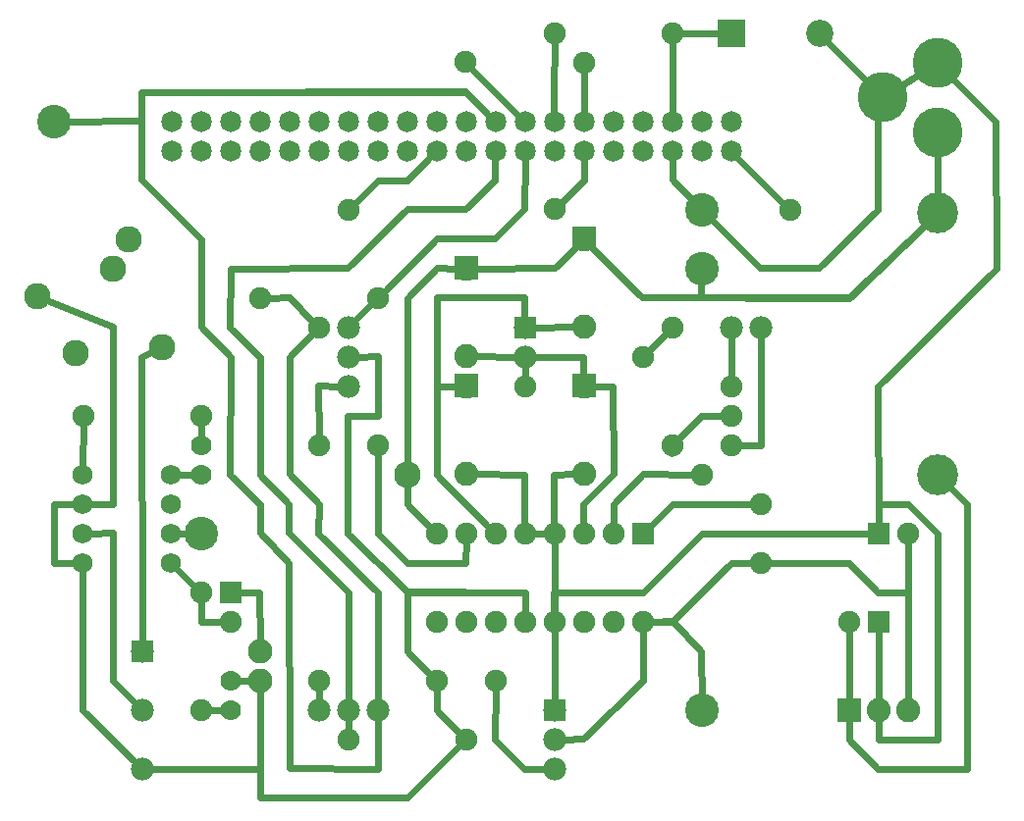
<source format=gbl>
G04 MADE WITH FRITZING*
G04 WWW.FRITZING.ORG*
G04 DOUBLE SIDED*
G04 HOLES PLATED*
G04 CONTOUR ON CENTER OF CONTOUR VECTOR*
%ASAXBY*%
%FSLAX23Y23*%
%MOIN*%
%OFA0B0*%
%SFA1.0B1.0*%
%ADD10C,0.090020*%
%ADD11C,0.090551*%
%ADD12C,0.114173*%
%ADD13C,0.075433*%
%ADD14C,0.068000*%
%ADD15C,0.075000*%
%ADD16C,0.070000*%
%ADD17C,0.078000*%
%ADD18C,0.083307*%
%ADD19C,0.071889*%
%ADD20C,0.071917*%
%ADD21C,0.082000*%
%ADD22C,0.138889*%
%ADD23C,0.092000*%
%ADD24C,0.170000*%
%ADD25R,0.075000X0.075000*%
%ADD26R,0.078000X0.078000*%
%ADD27R,0.082000X0.082000*%
%ADD28R,0.092000X0.092000*%
%ADD29C,0.024000*%
%LNCOPPER0*%
G90*
G70*
G54D10*
X477Y2015D03*
X422Y1916D03*
X591Y1650D03*
X296Y1630D03*
X168Y1822D03*
G54D11*
X1423Y1216D03*
G54D12*
X722Y1016D03*
G54D13*
X1222Y2116D03*
X1621Y2617D03*
X1922Y2716D03*
X2022Y2616D03*
X1922Y2118D03*
X2722Y2116D03*
G54D12*
X222Y2416D03*
G54D14*
X321Y1214D03*
X321Y1114D03*
X321Y1014D03*
X321Y914D03*
X621Y914D03*
X621Y1014D03*
X621Y1114D03*
X621Y1214D03*
G54D15*
X722Y816D03*
X722Y416D03*
X322Y1416D03*
X722Y1416D03*
X822Y816D03*
X822Y716D03*
G54D16*
X722Y1216D03*
X722Y1316D03*
G54D17*
X522Y616D03*
X522Y416D03*
X522Y216D03*
G54D16*
X822Y516D03*
X822Y416D03*
G54D18*
X922Y616D03*
X922Y516D03*
G54D12*
X2422Y2116D03*
X2422Y1916D03*
X2422Y416D03*
G54D17*
X1122Y416D03*
X1222Y416D03*
X1322Y416D03*
X1222Y1516D03*
X1222Y1616D03*
X1222Y1716D03*
G54D13*
X1722Y516D03*
X2622Y1116D03*
X2422Y1216D03*
X1322Y1316D03*
X2622Y916D03*
X1822Y1516D03*
X2322Y2716D03*
X2222Y1616D03*
G54D15*
X3022Y1016D03*
X3122Y1016D03*
X3022Y716D03*
X2922Y716D03*
X2522Y1316D03*
X2522Y1416D03*
X2522Y1516D03*
X2322Y1716D03*
X2322Y1316D03*
G54D17*
X2622Y1716D03*
X2522Y1716D03*
G54D19*
X2522Y2416D03*
X2422Y2416D03*
X2322Y2416D03*
X2222Y2416D03*
G54D20*
X2122Y2416D03*
G54D19*
X2022Y2416D03*
X1922Y2416D03*
X1822Y2416D03*
X1722Y2416D03*
G54D20*
X1622Y2416D03*
G54D19*
X1522Y2416D03*
G54D20*
X1422Y2416D03*
G54D19*
X1322Y2416D03*
X1222Y2416D03*
X1122Y2416D03*
X1022Y2416D03*
G54D20*
X922Y2416D03*
G54D19*
X822Y2416D03*
X722Y2416D03*
X622Y2416D03*
X622Y2316D03*
X722Y2316D03*
X822Y2316D03*
G54D20*
X922Y2316D03*
G54D19*
X1022Y2316D03*
X1122Y2316D03*
X1222Y2316D03*
X1322Y2316D03*
G54D20*
X1422Y2316D03*
G54D19*
X1522Y2316D03*
G54D20*
X1622Y2316D03*
G54D19*
X1722Y2316D03*
X1822Y2316D03*
X1922Y2316D03*
X2022Y2316D03*
G54D20*
X2122Y2316D03*
G54D19*
X2222Y2316D03*
X2322Y2316D03*
X2422Y2316D03*
X2522Y2316D03*
G54D15*
X1522Y516D03*
X1122Y516D03*
X1622Y316D03*
X1222Y316D03*
G54D21*
X2922Y416D03*
X3022Y416D03*
X3122Y416D03*
G54D15*
X2222Y1016D03*
X2222Y716D03*
X2122Y1016D03*
X2122Y716D03*
X2022Y1016D03*
X2022Y716D03*
X1922Y1016D03*
X1922Y716D03*
X1822Y1016D03*
X1822Y716D03*
X1722Y1016D03*
X1722Y716D03*
X1622Y1016D03*
X1622Y716D03*
X1522Y1016D03*
X1522Y716D03*
G54D17*
X1822Y1716D03*
X1822Y1616D03*
G54D21*
X2022Y1516D03*
X2022Y1218D03*
X1622Y1516D03*
X1622Y1218D03*
X1622Y1916D03*
X1622Y1618D03*
X2022Y2016D03*
X2022Y1718D03*
G54D22*
X3222Y2105D03*
X3222Y1216D03*
G54D23*
X2522Y2716D03*
X2822Y2716D03*
G54D15*
X1122Y1716D03*
X1122Y1316D03*
X922Y1816D03*
X1322Y1816D03*
G54D17*
X1922Y416D03*
X1922Y316D03*
X1922Y216D03*
G54D24*
X3222Y2380D03*
X3222Y2616D03*
X3037Y2498D03*
G54D25*
X822Y816D03*
G54D26*
X522Y616D03*
G54D25*
X3022Y1016D03*
X3022Y716D03*
G54D27*
X2922Y416D03*
G54D25*
X2222Y1016D03*
G54D26*
X1822Y1716D03*
G54D27*
X2022Y1517D03*
X1622Y1517D03*
X1622Y1917D03*
X2022Y2017D03*
G54D28*
X2522Y2716D03*
G54D26*
X1922Y416D03*
G54D29*
X1922Y446D02*
X1922Y687D01*
D02*
X923Y117D02*
X922Y483D01*
D02*
X1423Y117D02*
X923Y117D01*
D02*
X1601Y296D02*
X1423Y117D01*
D02*
X889Y516D02*
X848Y516D01*
D02*
X923Y215D02*
X552Y216D01*
D02*
X922Y483D02*
X923Y215D01*
D02*
X693Y1016D02*
X648Y1015D01*
D02*
X422Y1717D02*
X206Y1806D01*
D02*
X422Y1115D02*
X422Y1717D01*
D02*
X348Y1114D02*
X422Y1115D01*
D02*
X320Y415D02*
X500Y237D01*
D02*
X321Y887D02*
X320Y415D01*
D02*
X520Y1616D02*
X554Y1632D01*
D02*
X522Y646D02*
X520Y1616D01*
D02*
X1322Y2215D02*
X1423Y2215D01*
D02*
X1423Y2215D02*
X1498Y2292D01*
D02*
X1242Y2136D02*
X1322Y2215D01*
D02*
X1641Y2596D02*
X1798Y2440D01*
D02*
X1922Y2687D02*
X1921Y2516D01*
D02*
X1921Y2516D02*
X1921Y2449D01*
D02*
X2022Y2587D02*
X2022Y2449D01*
D02*
X2023Y2215D02*
X1943Y2138D01*
D02*
X2022Y2283D02*
X2023Y2215D01*
D02*
X2701Y2136D02*
X2545Y2293D01*
D02*
X520Y2417D02*
X250Y2416D01*
D02*
X521Y2514D02*
X520Y2417D01*
D02*
X1622Y2514D02*
X521Y2514D01*
D02*
X1698Y2439D02*
X1622Y2514D01*
D02*
X321Y1241D02*
X322Y1387D01*
D02*
X722Y1342D02*
X722Y1387D01*
D02*
X696Y1216D02*
X648Y1215D01*
D02*
X422Y1017D02*
X422Y516D01*
D02*
X422Y516D02*
X500Y437D01*
D02*
X348Y1015D02*
X422Y1017D01*
D02*
X222Y915D02*
X222Y1115D01*
D02*
X222Y1115D02*
X294Y1114D01*
D02*
X294Y915D02*
X222Y915D01*
D02*
X921Y816D02*
X850Y816D01*
D02*
X922Y649D02*
X921Y816D01*
D02*
X793Y716D02*
X723Y716D01*
D02*
X723Y716D02*
X722Y787D01*
D02*
X701Y836D02*
X640Y895D01*
D02*
X796Y416D02*
X750Y416D01*
D02*
X3021Y2115D02*
X3021Y2415D01*
D02*
X2821Y1917D02*
X3021Y2115D01*
D02*
X3021Y2415D02*
X3024Y2429D01*
D02*
X2621Y1917D02*
X2821Y1917D01*
D02*
X2442Y2096D02*
X2621Y1917D01*
D02*
X2322Y2217D02*
X2322Y2283D01*
D02*
X2401Y2137D02*
X2322Y2217D01*
D02*
X2421Y1817D02*
X2922Y1817D01*
D02*
X2922Y1817D02*
X3192Y2076D01*
D02*
X2421Y1887D02*
X2421Y1817D01*
D02*
X2421Y616D02*
X2422Y445D01*
D02*
X2322Y717D02*
X2421Y616D01*
D02*
X2250Y716D02*
X2322Y717D01*
D02*
X2021Y1616D02*
X2021Y1548D01*
D02*
X1852Y1616D02*
X2021Y1616D01*
D02*
X2019Y1114D02*
X2021Y1045D01*
D02*
X2124Y1218D02*
X2019Y1114D01*
D02*
X2121Y1516D02*
X2124Y1218D01*
D02*
X2054Y1516D02*
X2121Y1516D01*
D02*
X1820Y1216D02*
X1821Y1045D01*
D02*
X1654Y1218D02*
X1820Y1216D01*
D02*
X1921Y1216D02*
X1921Y1045D01*
D02*
X1990Y1217D02*
X1921Y1216D01*
D02*
X1522Y1216D02*
X1701Y1036D01*
D02*
X1522Y1516D02*
X1522Y1216D01*
D02*
X1590Y1516D02*
X1522Y1516D01*
D02*
X1523Y1917D02*
X1590Y1916D01*
D02*
X1423Y1816D02*
X1523Y1917D01*
D02*
X1423Y1245D02*
X1423Y1816D01*
D02*
X1422Y1116D02*
X1423Y1188D01*
D02*
X1501Y1036D02*
X1422Y1116D01*
D02*
X1522Y1516D02*
X1590Y1516D01*
D02*
X1522Y1817D02*
X1522Y1516D01*
D02*
X1820Y1817D02*
X1522Y1817D01*
D02*
X1821Y1746D02*
X1820Y1817D01*
D02*
X2221Y1817D02*
X2044Y1993D01*
D02*
X3192Y2076D02*
X2922Y1816D01*
D02*
X2922Y1816D02*
X2221Y1817D01*
D02*
X2223Y516D02*
X2019Y317D01*
D02*
X2019Y317D02*
X1952Y316D01*
D02*
X2222Y687D02*
X2223Y516D01*
D02*
X1301Y1796D02*
X1243Y1737D01*
D02*
X1022Y1817D02*
X1101Y1736D01*
D02*
X950Y1816D02*
X1022Y1817D01*
D02*
X1122Y487D02*
X1122Y446D01*
D02*
X1022Y1217D02*
X1022Y1616D01*
D02*
X1022Y1616D02*
X1101Y1696D01*
D02*
X1122Y1115D02*
X1022Y1217D01*
D02*
X1121Y1016D02*
X1122Y1115D01*
D02*
X1322Y816D02*
X1121Y1016D01*
D02*
X1322Y446D02*
X1322Y816D01*
D02*
X1222Y345D02*
X1222Y386D01*
D02*
X1522Y416D02*
X1522Y487D01*
D02*
X1601Y336D02*
X1522Y416D01*
D02*
X2421Y1415D02*
X2493Y1416D01*
D02*
X2322Y1315D02*
X2421Y1415D01*
D02*
X2319Y1288D02*
X2322Y1315D01*
D02*
X2522Y1545D02*
X2522Y1686D01*
D02*
X2622Y1316D02*
X2550Y1316D01*
D02*
X2622Y1686D02*
X2622Y1316D01*
D02*
X1523Y2017D02*
X1721Y2017D01*
D02*
X1821Y2118D02*
X1822Y2283D01*
D02*
X1721Y2017D02*
X1821Y2118D01*
D02*
X1342Y1836D02*
X1523Y2017D01*
D02*
X822Y1916D02*
X821Y1715D01*
D02*
X1221Y1917D02*
X822Y1916D01*
D02*
X1423Y2118D02*
X1221Y1917D01*
D02*
X1021Y1017D02*
X1222Y816D01*
D02*
X1021Y1115D02*
X1021Y1017D01*
D02*
X923Y1216D02*
X1021Y1115D01*
D02*
X1222Y816D02*
X1222Y345D01*
D02*
X922Y1616D02*
X923Y1216D01*
D02*
X821Y1715D02*
X922Y1616D01*
D02*
X1620Y2118D02*
X1423Y2118D01*
D02*
X1721Y2215D02*
X1620Y2118D01*
D02*
X1721Y2283D02*
X1721Y2215D01*
D02*
X521Y2516D02*
X1621Y2517D01*
D02*
X1621Y2517D02*
X1698Y2440D01*
D02*
X520Y2218D02*
X521Y2516D01*
D02*
X2322Y2687D02*
X2322Y2449D01*
D02*
X2350Y2716D02*
X2485Y2716D01*
D02*
X3322Y1116D02*
X3323Y216D01*
D02*
X3323Y216D02*
X3021Y215D01*
D02*
X3021Y215D02*
X2922Y316D01*
D02*
X2922Y316D02*
X2922Y384D01*
D02*
X3251Y1187D02*
X3322Y1116D01*
D02*
X2922Y687D02*
X2922Y448D01*
D02*
X1922Y987D02*
X1922Y745D01*
D02*
X1422Y817D02*
X1221Y1016D01*
D02*
X1822Y816D02*
X1422Y817D01*
D02*
X1822Y745D02*
X1822Y816D01*
D02*
X1221Y1416D02*
X1322Y1416D01*
D02*
X1322Y1416D02*
X1322Y1617D01*
D02*
X1322Y1617D02*
X1252Y1616D01*
D02*
X1221Y1016D02*
X1221Y1416D01*
D02*
X1422Y916D02*
X1621Y916D01*
D02*
X1621Y916D02*
X1622Y987D01*
D02*
X1322Y1016D02*
X1422Y916D01*
D02*
X1322Y1287D02*
X1322Y1016D01*
D02*
X1893Y1016D02*
X1850Y1016D01*
D02*
X2223Y1218D02*
X2124Y1114D01*
D02*
X2124Y1114D02*
X2122Y1045D01*
D02*
X2393Y1216D02*
X2223Y1218D01*
D02*
X2322Y1116D02*
X2242Y1036D01*
D02*
X2593Y1116D02*
X2322Y1116D01*
D02*
X3122Y448D02*
X3122Y987D01*
D02*
X3021Y815D02*
X3122Y815D01*
D02*
X2922Y916D02*
X3021Y815D01*
D02*
X3122Y815D02*
X3122Y987D01*
D02*
X2650Y916D02*
X2922Y916D01*
D02*
X723Y1717D02*
X723Y2015D01*
D02*
X723Y2015D02*
X520Y2218D01*
D02*
X822Y1616D02*
X723Y1717D01*
D02*
X821Y1216D02*
X822Y1616D01*
D02*
X923Y1115D02*
X821Y1216D01*
D02*
X923Y1017D02*
X923Y1115D01*
D02*
X1021Y915D02*
X923Y1017D01*
D02*
X1022Y217D02*
X1021Y915D01*
D02*
X1322Y216D02*
X1022Y217D01*
D02*
X1322Y386D02*
X1322Y216D01*
D02*
X1721Y316D02*
X1722Y487D01*
D02*
X1821Y215D02*
X1721Y316D01*
D02*
X1892Y216D02*
X1821Y215D01*
D02*
X2301Y1696D02*
X2242Y1636D01*
D02*
X1654Y1618D02*
X1792Y1616D01*
D02*
X1822Y1586D02*
X1822Y1545D01*
D02*
X1990Y1718D02*
X1852Y1716D01*
D02*
X1922Y1917D02*
X1654Y1916D01*
D02*
X1999Y1993D02*
X1922Y1917D01*
D02*
X3021Y1515D02*
X3422Y1915D01*
D02*
X3422Y1915D02*
X3421Y2415D01*
D02*
X3421Y2415D02*
X3271Y2566D01*
D02*
X3022Y1045D02*
X3021Y1515D01*
D02*
X3022Y687D02*
X3022Y448D01*
D02*
X3222Y1016D02*
X3222Y316D01*
D02*
X3122Y1116D02*
X3222Y1016D01*
D02*
X3022Y1116D02*
X3122Y1116D01*
D02*
X3222Y316D02*
X3022Y316D01*
D02*
X3022Y316D02*
X3022Y384D01*
D02*
X3022Y1045D02*
X3022Y1116D01*
D02*
X1921Y815D02*
X2222Y815D01*
D02*
X2222Y815D02*
X2422Y1016D01*
D02*
X2422Y1016D02*
X2993Y1016D01*
D02*
X1921Y745D02*
X1921Y815D01*
D02*
X2522Y915D02*
X2321Y716D01*
D02*
X2321Y716D02*
X2250Y716D01*
D02*
X2593Y916D02*
X2522Y915D01*
D02*
X1822Y816D02*
X1822Y745D01*
D02*
X1422Y816D02*
X1822Y816D01*
D02*
X1422Y616D02*
X1422Y816D01*
D02*
X1501Y536D02*
X1422Y616D01*
D02*
X1121Y1517D02*
X1122Y1345D01*
D02*
X1192Y1516D02*
X1121Y1517D01*
D02*
X3222Y2146D02*
X3222Y2310D01*
D02*
X3163Y2578D02*
X3096Y2536D01*
D02*
X2987Y2548D02*
X2848Y2690D01*
G04 End of Copper0*
M02*
</source>
